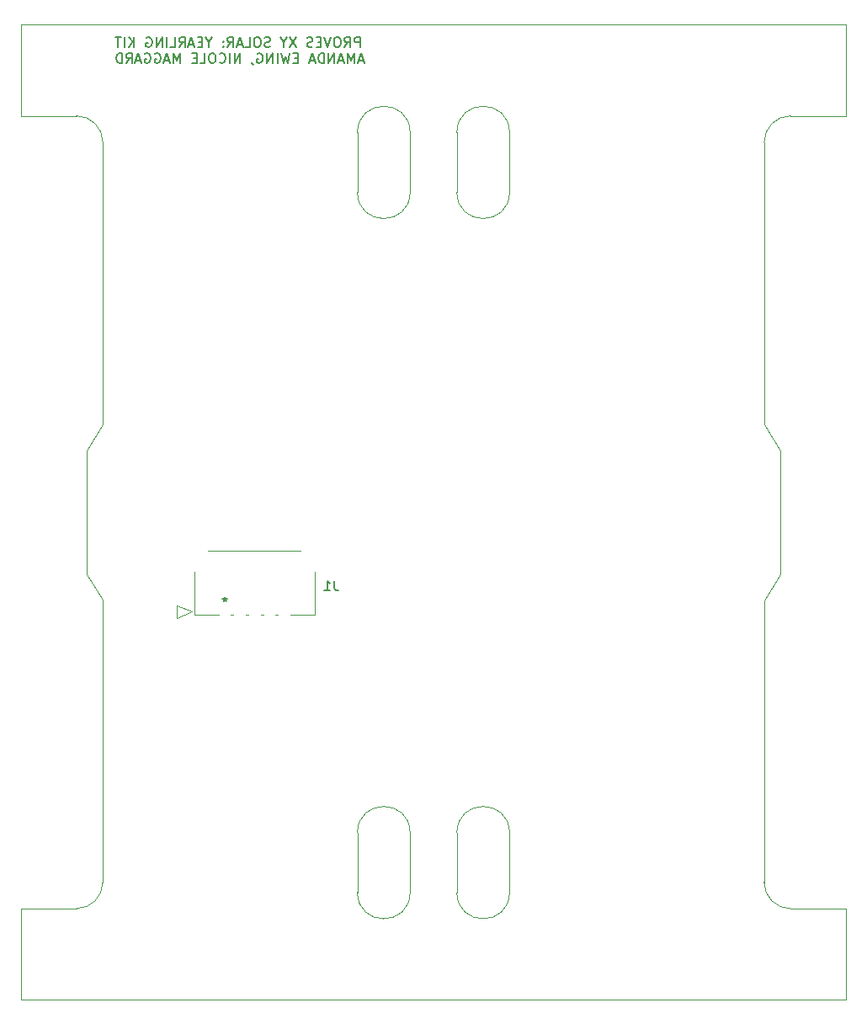
<source format=gbr>
%TF.GenerationSoftware,KiCad,Pcbnew,7.0.5*%
%TF.CreationDate,2023-06-21T14:42:12-07:00*%
%TF.ProjectId,solar-panel-NoCutout,736f6c61-722d-4706-916e-656c2d4e6f43,3.0*%
%TF.SameCoordinates,Original*%
%TF.FileFunction,Legend,Bot*%
%TF.FilePolarity,Positive*%
%FSLAX46Y46*%
G04 Gerber Fmt 4.6, Leading zero omitted, Abs format (unit mm)*
G04 Created by KiCad (PCBNEW 7.0.5) date 2023-06-21 14:42:12*
%MOMM*%
%LPD*%
G01*
G04 APERTURE LIST*
%ADD10C,0.150000*%
%ADD11C,0.120000*%
%TA.AperFunction,Profile*%
%ADD12C,0.050000*%
%TD*%
G04 APERTURE END LIST*
D10*
X137102970Y-68009819D02*
X137102970Y-67009819D01*
X137102970Y-67009819D02*
X136722018Y-67009819D01*
X136722018Y-67009819D02*
X136626780Y-67057438D01*
X136626780Y-67057438D02*
X136579161Y-67105057D01*
X136579161Y-67105057D02*
X136531542Y-67200295D01*
X136531542Y-67200295D02*
X136531542Y-67343152D01*
X136531542Y-67343152D02*
X136579161Y-67438390D01*
X136579161Y-67438390D02*
X136626780Y-67486009D01*
X136626780Y-67486009D02*
X136722018Y-67533628D01*
X136722018Y-67533628D02*
X137102970Y-67533628D01*
X135531542Y-68009819D02*
X135864875Y-67533628D01*
X136102970Y-68009819D02*
X136102970Y-67009819D01*
X136102970Y-67009819D02*
X135722018Y-67009819D01*
X135722018Y-67009819D02*
X135626780Y-67057438D01*
X135626780Y-67057438D02*
X135579161Y-67105057D01*
X135579161Y-67105057D02*
X135531542Y-67200295D01*
X135531542Y-67200295D02*
X135531542Y-67343152D01*
X135531542Y-67343152D02*
X135579161Y-67438390D01*
X135579161Y-67438390D02*
X135626780Y-67486009D01*
X135626780Y-67486009D02*
X135722018Y-67533628D01*
X135722018Y-67533628D02*
X136102970Y-67533628D01*
X134912494Y-67009819D02*
X134722018Y-67009819D01*
X134722018Y-67009819D02*
X134626780Y-67057438D01*
X134626780Y-67057438D02*
X134531542Y-67152676D01*
X134531542Y-67152676D02*
X134483923Y-67343152D01*
X134483923Y-67343152D02*
X134483923Y-67676485D01*
X134483923Y-67676485D02*
X134531542Y-67866961D01*
X134531542Y-67866961D02*
X134626780Y-67962200D01*
X134626780Y-67962200D02*
X134722018Y-68009819D01*
X134722018Y-68009819D02*
X134912494Y-68009819D01*
X134912494Y-68009819D02*
X135007732Y-67962200D01*
X135007732Y-67962200D02*
X135102970Y-67866961D01*
X135102970Y-67866961D02*
X135150589Y-67676485D01*
X135150589Y-67676485D02*
X135150589Y-67343152D01*
X135150589Y-67343152D02*
X135102970Y-67152676D01*
X135102970Y-67152676D02*
X135007732Y-67057438D01*
X135007732Y-67057438D02*
X134912494Y-67009819D01*
X134198208Y-67009819D02*
X133864875Y-68009819D01*
X133864875Y-68009819D02*
X133531542Y-67009819D01*
X133198208Y-67486009D02*
X132864875Y-67486009D01*
X132722018Y-68009819D02*
X133198208Y-68009819D01*
X133198208Y-68009819D02*
X133198208Y-67009819D01*
X133198208Y-67009819D02*
X132722018Y-67009819D01*
X132341065Y-67962200D02*
X132198208Y-68009819D01*
X132198208Y-68009819D02*
X131960113Y-68009819D01*
X131960113Y-68009819D02*
X131864875Y-67962200D01*
X131864875Y-67962200D02*
X131817256Y-67914580D01*
X131817256Y-67914580D02*
X131769637Y-67819342D01*
X131769637Y-67819342D02*
X131769637Y-67724104D01*
X131769637Y-67724104D02*
X131817256Y-67628866D01*
X131817256Y-67628866D02*
X131864875Y-67581247D01*
X131864875Y-67581247D02*
X131960113Y-67533628D01*
X131960113Y-67533628D02*
X132150589Y-67486009D01*
X132150589Y-67486009D02*
X132245827Y-67438390D01*
X132245827Y-67438390D02*
X132293446Y-67390771D01*
X132293446Y-67390771D02*
X132341065Y-67295533D01*
X132341065Y-67295533D02*
X132341065Y-67200295D01*
X132341065Y-67200295D02*
X132293446Y-67105057D01*
X132293446Y-67105057D02*
X132245827Y-67057438D01*
X132245827Y-67057438D02*
X132150589Y-67009819D01*
X132150589Y-67009819D02*
X131912494Y-67009819D01*
X131912494Y-67009819D02*
X131769637Y-67057438D01*
X130674398Y-67009819D02*
X130007732Y-68009819D01*
X130007732Y-67009819D02*
X130674398Y-68009819D01*
X129436303Y-67533628D02*
X129436303Y-68009819D01*
X129769636Y-67009819D02*
X129436303Y-67533628D01*
X129436303Y-67533628D02*
X129102970Y-67009819D01*
X128055350Y-67962200D02*
X127912493Y-68009819D01*
X127912493Y-68009819D02*
X127674398Y-68009819D01*
X127674398Y-68009819D02*
X127579160Y-67962200D01*
X127579160Y-67962200D02*
X127531541Y-67914580D01*
X127531541Y-67914580D02*
X127483922Y-67819342D01*
X127483922Y-67819342D02*
X127483922Y-67724104D01*
X127483922Y-67724104D02*
X127531541Y-67628866D01*
X127531541Y-67628866D02*
X127579160Y-67581247D01*
X127579160Y-67581247D02*
X127674398Y-67533628D01*
X127674398Y-67533628D02*
X127864874Y-67486009D01*
X127864874Y-67486009D02*
X127960112Y-67438390D01*
X127960112Y-67438390D02*
X128007731Y-67390771D01*
X128007731Y-67390771D02*
X128055350Y-67295533D01*
X128055350Y-67295533D02*
X128055350Y-67200295D01*
X128055350Y-67200295D02*
X128007731Y-67105057D01*
X128007731Y-67105057D02*
X127960112Y-67057438D01*
X127960112Y-67057438D02*
X127864874Y-67009819D01*
X127864874Y-67009819D02*
X127626779Y-67009819D01*
X127626779Y-67009819D02*
X127483922Y-67057438D01*
X126864874Y-67009819D02*
X126674398Y-67009819D01*
X126674398Y-67009819D02*
X126579160Y-67057438D01*
X126579160Y-67057438D02*
X126483922Y-67152676D01*
X126483922Y-67152676D02*
X126436303Y-67343152D01*
X126436303Y-67343152D02*
X126436303Y-67676485D01*
X126436303Y-67676485D02*
X126483922Y-67866961D01*
X126483922Y-67866961D02*
X126579160Y-67962200D01*
X126579160Y-67962200D02*
X126674398Y-68009819D01*
X126674398Y-68009819D02*
X126864874Y-68009819D01*
X126864874Y-68009819D02*
X126960112Y-67962200D01*
X126960112Y-67962200D02*
X127055350Y-67866961D01*
X127055350Y-67866961D02*
X127102969Y-67676485D01*
X127102969Y-67676485D02*
X127102969Y-67343152D01*
X127102969Y-67343152D02*
X127055350Y-67152676D01*
X127055350Y-67152676D02*
X126960112Y-67057438D01*
X126960112Y-67057438D02*
X126864874Y-67009819D01*
X125531541Y-68009819D02*
X126007731Y-68009819D01*
X126007731Y-68009819D02*
X126007731Y-67009819D01*
X125245826Y-67724104D02*
X124769636Y-67724104D01*
X125341064Y-68009819D02*
X125007731Y-67009819D01*
X125007731Y-67009819D02*
X124674398Y-68009819D01*
X123769636Y-68009819D02*
X124102969Y-67533628D01*
X124341064Y-68009819D02*
X124341064Y-67009819D01*
X124341064Y-67009819D02*
X123960112Y-67009819D01*
X123960112Y-67009819D02*
X123864874Y-67057438D01*
X123864874Y-67057438D02*
X123817255Y-67105057D01*
X123817255Y-67105057D02*
X123769636Y-67200295D01*
X123769636Y-67200295D02*
X123769636Y-67343152D01*
X123769636Y-67343152D02*
X123817255Y-67438390D01*
X123817255Y-67438390D02*
X123864874Y-67486009D01*
X123864874Y-67486009D02*
X123960112Y-67533628D01*
X123960112Y-67533628D02*
X124341064Y-67533628D01*
X123341064Y-67914580D02*
X123293445Y-67962200D01*
X123293445Y-67962200D02*
X123341064Y-68009819D01*
X123341064Y-68009819D02*
X123388683Y-67962200D01*
X123388683Y-67962200D02*
X123341064Y-67914580D01*
X123341064Y-67914580D02*
X123341064Y-68009819D01*
X123341064Y-67390771D02*
X123293445Y-67438390D01*
X123293445Y-67438390D02*
X123341064Y-67486009D01*
X123341064Y-67486009D02*
X123388683Y-67438390D01*
X123388683Y-67438390D02*
X123341064Y-67390771D01*
X123341064Y-67390771D02*
X123341064Y-67486009D01*
X121912493Y-67533628D02*
X121912493Y-68009819D01*
X122245826Y-67009819D02*
X121912493Y-67533628D01*
X121912493Y-67533628D02*
X121579160Y-67009819D01*
X121245826Y-67486009D02*
X120912493Y-67486009D01*
X120769636Y-68009819D02*
X121245826Y-68009819D01*
X121245826Y-68009819D02*
X121245826Y-67009819D01*
X121245826Y-67009819D02*
X120769636Y-67009819D01*
X120388683Y-67724104D02*
X119912493Y-67724104D01*
X120483921Y-68009819D02*
X120150588Y-67009819D01*
X120150588Y-67009819D02*
X119817255Y-68009819D01*
X118912493Y-68009819D02*
X119245826Y-67533628D01*
X119483921Y-68009819D02*
X119483921Y-67009819D01*
X119483921Y-67009819D02*
X119102969Y-67009819D01*
X119102969Y-67009819D02*
X119007731Y-67057438D01*
X119007731Y-67057438D02*
X118960112Y-67105057D01*
X118960112Y-67105057D02*
X118912493Y-67200295D01*
X118912493Y-67200295D02*
X118912493Y-67343152D01*
X118912493Y-67343152D02*
X118960112Y-67438390D01*
X118960112Y-67438390D02*
X119007731Y-67486009D01*
X119007731Y-67486009D02*
X119102969Y-67533628D01*
X119102969Y-67533628D02*
X119483921Y-67533628D01*
X118007731Y-68009819D02*
X118483921Y-68009819D01*
X118483921Y-68009819D02*
X118483921Y-67009819D01*
X117674397Y-68009819D02*
X117674397Y-67009819D01*
X117198207Y-68009819D02*
X117198207Y-67009819D01*
X117198207Y-67009819D02*
X116626779Y-68009819D01*
X116626779Y-68009819D02*
X116626779Y-67009819D01*
X115626779Y-67057438D02*
X115722017Y-67009819D01*
X115722017Y-67009819D02*
X115864874Y-67009819D01*
X115864874Y-67009819D02*
X116007731Y-67057438D01*
X116007731Y-67057438D02*
X116102969Y-67152676D01*
X116102969Y-67152676D02*
X116150588Y-67247914D01*
X116150588Y-67247914D02*
X116198207Y-67438390D01*
X116198207Y-67438390D02*
X116198207Y-67581247D01*
X116198207Y-67581247D02*
X116150588Y-67771723D01*
X116150588Y-67771723D02*
X116102969Y-67866961D01*
X116102969Y-67866961D02*
X116007731Y-67962200D01*
X116007731Y-67962200D02*
X115864874Y-68009819D01*
X115864874Y-68009819D02*
X115769636Y-68009819D01*
X115769636Y-68009819D02*
X115626779Y-67962200D01*
X115626779Y-67962200D02*
X115579160Y-67914580D01*
X115579160Y-67914580D02*
X115579160Y-67581247D01*
X115579160Y-67581247D02*
X115769636Y-67581247D01*
X114388683Y-68009819D02*
X114388683Y-67009819D01*
X113817255Y-68009819D02*
X114245826Y-67438390D01*
X113817255Y-67009819D02*
X114388683Y-67581247D01*
X113388683Y-68009819D02*
X113388683Y-67009819D01*
X113055350Y-67009819D02*
X112483922Y-67009819D01*
X112769636Y-68009819D02*
X112769636Y-67009819D01*
X137436302Y-69334104D02*
X136960112Y-69334104D01*
X137531540Y-69619819D02*
X137198207Y-68619819D01*
X137198207Y-68619819D02*
X136864874Y-69619819D01*
X136531540Y-69619819D02*
X136531540Y-68619819D01*
X136531540Y-68619819D02*
X136198207Y-69334104D01*
X136198207Y-69334104D02*
X135864874Y-68619819D01*
X135864874Y-68619819D02*
X135864874Y-69619819D01*
X135436302Y-69334104D02*
X134960112Y-69334104D01*
X135531540Y-69619819D02*
X135198207Y-68619819D01*
X135198207Y-68619819D02*
X134864874Y-69619819D01*
X134531540Y-69619819D02*
X134531540Y-68619819D01*
X134531540Y-68619819D02*
X133960112Y-69619819D01*
X133960112Y-69619819D02*
X133960112Y-68619819D01*
X133483921Y-69619819D02*
X133483921Y-68619819D01*
X133483921Y-68619819D02*
X133245826Y-68619819D01*
X133245826Y-68619819D02*
X133102969Y-68667438D01*
X133102969Y-68667438D02*
X133007731Y-68762676D01*
X133007731Y-68762676D02*
X132960112Y-68857914D01*
X132960112Y-68857914D02*
X132912493Y-69048390D01*
X132912493Y-69048390D02*
X132912493Y-69191247D01*
X132912493Y-69191247D02*
X132960112Y-69381723D01*
X132960112Y-69381723D02*
X133007731Y-69476961D01*
X133007731Y-69476961D02*
X133102969Y-69572200D01*
X133102969Y-69572200D02*
X133245826Y-69619819D01*
X133245826Y-69619819D02*
X133483921Y-69619819D01*
X132531540Y-69334104D02*
X132055350Y-69334104D01*
X132626778Y-69619819D02*
X132293445Y-68619819D01*
X132293445Y-68619819D02*
X131960112Y-69619819D01*
X130864873Y-69096009D02*
X130531540Y-69096009D01*
X130388683Y-69619819D02*
X130864873Y-69619819D01*
X130864873Y-69619819D02*
X130864873Y-68619819D01*
X130864873Y-68619819D02*
X130388683Y-68619819D01*
X130055349Y-68619819D02*
X129817254Y-69619819D01*
X129817254Y-69619819D02*
X129626778Y-68905533D01*
X129626778Y-68905533D02*
X129436302Y-69619819D01*
X129436302Y-69619819D02*
X129198207Y-68619819D01*
X128817254Y-69619819D02*
X128817254Y-68619819D01*
X128341064Y-69619819D02*
X128341064Y-68619819D01*
X128341064Y-68619819D02*
X127769636Y-69619819D01*
X127769636Y-69619819D02*
X127769636Y-68619819D01*
X126769636Y-68667438D02*
X126864874Y-68619819D01*
X126864874Y-68619819D02*
X127007731Y-68619819D01*
X127007731Y-68619819D02*
X127150588Y-68667438D01*
X127150588Y-68667438D02*
X127245826Y-68762676D01*
X127245826Y-68762676D02*
X127293445Y-68857914D01*
X127293445Y-68857914D02*
X127341064Y-69048390D01*
X127341064Y-69048390D02*
X127341064Y-69191247D01*
X127341064Y-69191247D02*
X127293445Y-69381723D01*
X127293445Y-69381723D02*
X127245826Y-69476961D01*
X127245826Y-69476961D02*
X127150588Y-69572200D01*
X127150588Y-69572200D02*
X127007731Y-69619819D01*
X127007731Y-69619819D02*
X126912493Y-69619819D01*
X126912493Y-69619819D02*
X126769636Y-69572200D01*
X126769636Y-69572200D02*
X126722017Y-69524580D01*
X126722017Y-69524580D02*
X126722017Y-69191247D01*
X126722017Y-69191247D02*
X126912493Y-69191247D01*
X126245826Y-69572200D02*
X126245826Y-69619819D01*
X126245826Y-69619819D02*
X126293445Y-69715057D01*
X126293445Y-69715057D02*
X126341064Y-69762676D01*
X125055350Y-69619819D02*
X125055350Y-68619819D01*
X125055350Y-68619819D02*
X124483922Y-69619819D01*
X124483922Y-69619819D02*
X124483922Y-68619819D01*
X124007731Y-69619819D02*
X124007731Y-68619819D01*
X122960113Y-69524580D02*
X123007732Y-69572200D01*
X123007732Y-69572200D02*
X123150589Y-69619819D01*
X123150589Y-69619819D02*
X123245827Y-69619819D01*
X123245827Y-69619819D02*
X123388684Y-69572200D01*
X123388684Y-69572200D02*
X123483922Y-69476961D01*
X123483922Y-69476961D02*
X123531541Y-69381723D01*
X123531541Y-69381723D02*
X123579160Y-69191247D01*
X123579160Y-69191247D02*
X123579160Y-69048390D01*
X123579160Y-69048390D02*
X123531541Y-68857914D01*
X123531541Y-68857914D02*
X123483922Y-68762676D01*
X123483922Y-68762676D02*
X123388684Y-68667438D01*
X123388684Y-68667438D02*
X123245827Y-68619819D01*
X123245827Y-68619819D02*
X123150589Y-68619819D01*
X123150589Y-68619819D02*
X123007732Y-68667438D01*
X123007732Y-68667438D02*
X122960113Y-68715057D01*
X122341065Y-68619819D02*
X122150589Y-68619819D01*
X122150589Y-68619819D02*
X122055351Y-68667438D01*
X122055351Y-68667438D02*
X121960113Y-68762676D01*
X121960113Y-68762676D02*
X121912494Y-68953152D01*
X121912494Y-68953152D02*
X121912494Y-69286485D01*
X121912494Y-69286485D02*
X121960113Y-69476961D01*
X121960113Y-69476961D02*
X122055351Y-69572200D01*
X122055351Y-69572200D02*
X122150589Y-69619819D01*
X122150589Y-69619819D02*
X122341065Y-69619819D01*
X122341065Y-69619819D02*
X122436303Y-69572200D01*
X122436303Y-69572200D02*
X122531541Y-69476961D01*
X122531541Y-69476961D02*
X122579160Y-69286485D01*
X122579160Y-69286485D02*
X122579160Y-68953152D01*
X122579160Y-68953152D02*
X122531541Y-68762676D01*
X122531541Y-68762676D02*
X122436303Y-68667438D01*
X122436303Y-68667438D02*
X122341065Y-68619819D01*
X121007732Y-69619819D02*
X121483922Y-69619819D01*
X121483922Y-69619819D02*
X121483922Y-68619819D01*
X120674398Y-69096009D02*
X120341065Y-69096009D01*
X120198208Y-69619819D02*
X120674398Y-69619819D01*
X120674398Y-69619819D02*
X120674398Y-68619819D01*
X120674398Y-68619819D02*
X120198208Y-68619819D01*
X119007731Y-69619819D02*
X119007731Y-68619819D01*
X119007731Y-68619819D02*
X118674398Y-69334104D01*
X118674398Y-69334104D02*
X118341065Y-68619819D01*
X118341065Y-68619819D02*
X118341065Y-69619819D01*
X117912493Y-69334104D02*
X117436303Y-69334104D01*
X118007731Y-69619819D02*
X117674398Y-68619819D01*
X117674398Y-68619819D02*
X117341065Y-69619819D01*
X116483922Y-68667438D02*
X116579160Y-68619819D01*
X116579160Y-68619819D02*
X116722017Y-68619819D01*
X116722017Y-68619819D02*
X116864874Y-68667438D01*
X116864874Y-68667438D02*
X116960112Y-68762676D01*
X116960112Y-68762676D02*
X117007731Y-68857914D01*
X117007731Y-68857914D02*
X117055350Y-69048390D01*
X117055350Y-69048390D02*
X117055350Y-69191247D01*
X117055350Y-69191247D02*
X117007731Y-69381723D01*
X117007731Y-69381723D02*
X116960112Y-69476961D01*
X116960112Y-69476961D02*
X116864874Y-69572200D01*
X116864874Y-69572200D02*
X116722017Y-69619819D01*
X116722017Y-69619819D02*
X116626779Y-69619819D01*
X116626779Y-69619819D02*
X116483922Y-69572200D01*
X116483922Y-69572200D02*
X116436303Y-69524580D01*
X116436303Y-69524580D02*
X116436303Y-69191247D01*
X116436303Y-69191247D02*
X116626779Y-69191247D01*
X115483922Y-68667438D02*
X115579160Y-68619819D01*
X115579160Y-68619819D02*
X115722017Y-68619819D01*
X115722017Y-68619819D02*
X115864874Y-68667438D01*
X115864874Y-68667438D02*
X115960112Y-68762676D01*
X115960112Y-68762676D02*
X116007731Y-68857914D01*
X116007731Y-68857914D02*
X116055350Y-69048390D01*
X116055350Y-69048390D02*
X116055350Y-69191247D01*
X116055350Y-69191247D02*
X116007731Y-69381723D01*
X116007731Y-69381723D02*
X115960112Y-69476961D01*
X115960112Y-69476961D02*
X115864874Y-69572200D01*
X115864874Y-69572200D02*
X115722017Y-69619819D01*
X115722017Y-69619819D02*
X115626779Y-69619819D01*
X115626779Y-69619819D02*
X115483922Y-69572200D01*
X115483922Y-69572200D02*
X115436303Y-69524580D01*
X115436303Y-69524580D02*
X115436303Y-69191247D01*
X115436303Y-69191247D02*
X115626779Y-69191247D01*
X115055350Y-69334104D02*
X114579160Y-69334104D01*
X115150588Y-69619819D02*
X114817255Y-68619819D01*
X114817255Y-68619819D02*
X114483922Y-69619819D01*
X113579160Y-69619819D02*
X113912493Y-69143628D01*
X114150588Y-69619819D02*
X114150588Y-68619819D01*
X114150588Y-68619819D02*
X113769636Y-68619819D01*
X113769636Y-68619819D02*
X113674398Y-68667438D01*
X113674398Y-68667438D02*
X113626779Y-68715057D01*
X113626779Y-68715057D02*
X113579160Y-68810295D01*
X113579160Y-68810295D02*
X113579160Y-68953152D01*
X113579160Y-68953152D02*
X113626779Y-69048390D01*
X113626779Y-69048390D02*
X113674398Y-69096009D01*
X113674398Y-69096009D02*
X113769636Y-69143628D01*
X113769636Y-69143628D02*
X114150588Y-69143628D01*
X113150588Y-69619819D02*
X113150588Y-68619819D01*
X113150588Y-68619819D02*
X112912493Y-68619819D01*
X112912493Y-68619819D02*
X112769636Y-68667438D01*
X112769636Y-68667438D02*
X112674398Y-68762676D01*
X112674398Y-68762676D02*
X112626779Y-68857914D01*
X112626779Y-68857914D02*
X112579160Y-69048390D01*
X112579160Y-69048390D02*
X112579160Y-69191247D01*
X112579160Y-69191247D02*
X112626779Y-69381723D01*
X112626779Y-69381723D02*
X112674398Y-69476961D01*
X112674398Y-69476961D02*
X112769636Y-69572200D01*
X112769636Y-69572200D02*
X112912493Y-69619819D01*
X112912493Y-69619819D02*
X113150588Y-69619819D01*
%TO.C,J1*%
X134533333Y-121654819D02*
X134533333Y-122369104D01*
X134533333Y-122369104D02*
X134580952Y-122511961D01*
X134580952Y-122511961D02*
X134676190Y-122607200D01*
X134676190Y-122607200D02*
X134819047Y-122654819D01*
X134819047Y-122654819D02*
X134914285Y-122654819D01*
X133533333Y-122654819D02*
X134104761Y-122654819D01*
X133819047Y-122654819D02*
X133819047Y-121654819D01*
X133819047Y-121654819D02*
X133914285Y-121797676D01*
X133914285Y-121797676D02*
X134009523Y-121892914D01*
X134009523Y-121892914D02*
X134104761Y-121940533D01*
X123519999Y-123324819D02*
X123519999Y-123562914D01*
X123758094Y-123467676D02*
X123519999Y-123562914D01*
X123519999Y-123562914D02*
X123281904Y-123467676D01*
X123662856Y-123753390D02*
X123519999Y-123562914D01*
X123519999Y-123562914D02*
X123377142Y-123753390D01*
D11*
X132524989Y-125090000D02*
X130120041Y-125090000D01*
X132524989Y-120780040D02*
X132524989Y-125090000D01*
X125879959Y-125090000D02*
X125620040Y-125090000D01*
X127379961Y-125090000D02*
X127120039Y-125090000D01*
X118697013Y-125385000D02*
X120221013Y-124750000D01*
X128879961Y-125090000D02*
X128620041Y-125090000D01*
X121839885Y-118650000D02*
X131160116Y-118650000D01*
X120221013Y-124750000D02*
X118697013Y-124115000D01*
X124379960Y-125090000D02*
X124120040Y-125090000D01*
X122879960Y-125090000D02*
X120475012Y-125090000D01*
X118697013Y-124115000D02*
X118697013Y-125385000D01*
X120475012Y-125090000D02*
X120475012Y-120780040D01*
%TD*%
D12*
X109650000Y-108545000D02*
X111240000Y-105945000D01*
X177760000Y-105950000D02*
X179350000Y-108550000D01*
X136850000Y-153000000D02*
X136850000Y-147000000D01*
X142150000Y-153000000D02*
X142150000Y-147000000D01*
X146850000Y-147000000D02*
X146850000Y-153000000D01*
X152150000Y-153000000D02*
X152150000Y-147000000D01*
X142150000Y-76600000D02*
X142150000Y-82600000D01*
X136850000Y-76600000D02*
X136850000Y-82600000D01*
X146850000Y-76600000D02*
X146850000Y-82600000D01*
X152150000Y-76600000D02*
X152150000Y-82600000D01*
X186000000Y-65750000D02*
X103000000Y-65750000D01*
X108580000Y-74920000D02*
X103000000Y-74920000D01*
X111239937Y-77570000D02*
G75*
G03*
X108580000Y-74920001I-2644937J5100D01*
G01*
X103000000Y-65750000D02*
X103000000Y-74920000D01*
X103000000Y-154620000D02*
X103000000Y-163750000D01*
X136850000Y-82600000D02*
G75*
G03*
X142150000Y-82600000I2650000J0D01*
G01*
X186000000Y-74925000D02*
X180420000Y-74925000D01*
X152150000Y-76600000D02*
G75*
G03*
X146850000Y-76600000I-2650000J0D01*
G01*
X186000000Y-74925000D02*
X186000000Y-65750000D01*
X142150000Y-76600000D02*
G75*
G03*
X136850000Y-76600000I-2650000J0D01*
G01*
X111240000Y-123595000D02*
X111240000Y-151970000D01*
X109650000Y-108545000D02*
X109650000Y-120995000D01*
X109650000Y-120995000D02*
X111240000Y-123595000D01*
X103000000Y-163750000D02*
X186000000Y-163750000D01*
X142150000Y-147000000D02*
G75*
G03*
X136850000Y-147000000I-2650000J0D01*
G01*
X186000000Y-163750000D02*
X186000000Y-154625000D01*
X136850000Y-153000000D02*
G75*
G03*
X142150000Y-153000000I2650000J0D01*
G01*
X180420000Y-74925039D02*
G75*
G03*
X177760001Y-77575000I-15100J-2644861D01*
G01*
X177760000Y-77575000D02*
X177760000Y-105950000D01*
X152150000Y-147000000D02*
G75*
G03*
X146850000Y-147000000I-2650000J0D01*
G01*
X108580000Y-154619961D02*
G75*
G03*
X111239999Y-151970000I15000J2644961D01*
G01*
X179350000Y-108550000D02*
X179350000Y-121000000D01*
X146850000Y-153000000D02*
G75*
G03*
X152150000Y-153000000I2650000J0D01*
G01*
X111240000Y-77570000D02*
X111240000Y-105945000D01*
X177759964Y-151975000D02*
G75*
G03*
X180420000Y-154624999I2645136J-4900D01*
G01*
X103000000Y-154620000D02*
X108580000Y-154620000D01*
X146850000Y-82600000D02*
G75*
G03*
X152150000Y-82600000I2650000J0D01*
G01*
X177760000Y-123600000D02*
X177760000Y-151975000D01*
X177760000Y-123600000D02*
X179350000Y-121000000D01*
X180420000Y-154625000D02*
X186000000Y-154625000D01*
M02*

</source>
